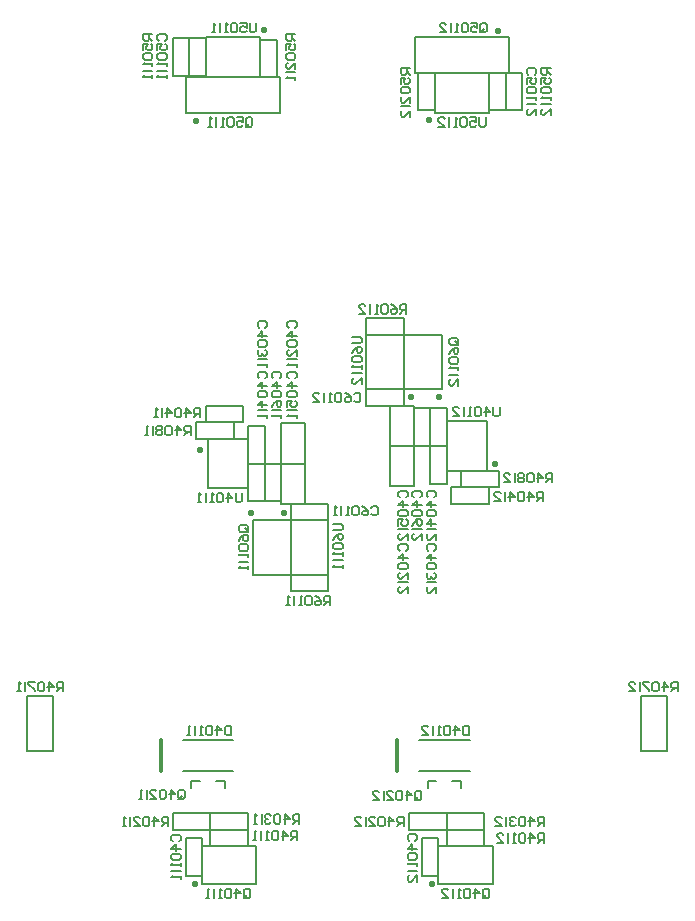
<source format=gbo>
G04*
G04 #@! TF.GenerationSoftware,Altium Limited,Altium Designer,22.1.2 (22)*
G04*
G04 Layer_Color=32896*
%FSAX44Y44*%
%MOMM*%
G71*
G04*
G04 #@! TF.SameCoordinates,F43461BC-9A11-44EE-9FD3-1ED57B95CCFA*
G04*
G04*
G04 #@! TF.FilePolarity,Positive*
G04*
G01*
G75*
%ADD10C,0.1530*%
%ADD14C,0.2540*%
%ADD25C,0.3000*%
D10*
X00506000Y00510000D02*
Y00544000D01*
X00526000D01*
Y00510000D02*
Y00544000D01*
X00506000Y00510000D02*
X00526000D01*
X00434000Y00461000D02*
Y00495000D01*
X00414000Y00461000D02*
X00434000D01*
X00414000D02*
Y00495000D01*
X00434000D01*
X00526000Y00476000D02*
Y00510000D01*
X00506000Y00476000D02*
X00526000D01*
X00506000D02*
Y00510000D01*
X00526000D01*
X00414000Y00495000D02*
Y00529000D01*
X00434000D01*
Y00495000D02*
Y00529000D01*
X00414000Y00495000D02*
X00434000D01*
X00607000Y00826000D02*
X00607000Y00856000D01*
X00527000D02*
X00607000D01*
X00527000Y00826000D02*
Y00856000D01*
Y00826000D02*
X00607000D01*
X00604000Y00794000D02*
Y00826000D01*
X00590000D02*
X00604000D01*
X00590000Y00794000D02*
Y00826000D01*
Y00794000D02*
X00604000D01*
X00604000D02*
Y00826000D01*
Y00794000D02*
X00618000Y00794000D01*
Y00826000D01*
X00604000D02*
X00618000D01*
X00530000Y00794000D02*
Y00826000D01*
Y00794000D02*
X00544000Y00794000D01*
Y00826000D01*
X00530000D02*
X00544000D01*
X00590000Y00792000D02*
Y00826000D01*
X00544000Y00792000D02*
X00590000D01*
X00544000Y00826000D02*
X00590000Y00826000D01*
X00544000Y00792000D02*
X00544000Y00826000D01*
X00336000Y00823000D02*
Y00855000D01*
X00322000D02*
X00336000D01*
X00322000Y00823000D02*
Y00855000D01*
Y00823000D02*
X00336000D01*
X00336000Y00823000D02*
Y00855000D01*
Y00823000D02*
X00350000D01*
Y00855000D01*
X00336000D02*
X00350000D01*
Y00822000D02*
Y00856000D01*
X00396000D01*
X00350000Y00822000D02*
X00396000D01*
Y00856000D01*
X00410000Y00822000D02*
Y00854000D01*
X00396000D02*
X00410000D01*
X00396000Y00822000D02*
Y00854000D01*
Y00822000D02*
X00410000D01*
X00333000Y00792000D02*
Y00822000D01*
Y00792000D02*
X00413000D01*
Y00822000D01*
X00333000D02*
X00413000D01*
X00566000Y00489000D02*
X00598000D01*
X00566000Y00475000D02*
Y00489000D01*
Y00475000D02*
X00598000D01*
X00598000Y00489000D02*
X00598000Y00475000D01*
X00558000Y00461000D02*
X00590000D01*
Y00475000D01*
X00558000D02*
X00590000D01*
X00558000Y00461000D02*
Y00475000D01*
X00540000Y00478000D02*
Y00510000D01*
Y00478000D02*
X00554000D01*
Y00510000D01*
X00540000D02*
X00554000D01*
X00486000Y00544000D02*
X00518000D01*
Y00558000D01*
X00486000D02*
X00518000D01*
X00486000Y00544000D02*
Y00558000D01*
X00540000Y00510000D02*
Y00542000D01*
X00526000Y00542000D02*
X00540000Y00542000D01*
X00526000Y00510000D02*
Y00542000D01*
Y00510000D02*
X00540000D01*
X00554000D02*
Y00542000D01*
X00540000D02*
X00554000D01*
X00540000Y00510000D02*
Y00542000D01*
Y00510000D02*
X00554000D01*
Y00489000D02*
X00588000D01*
Y00531000D01*
X00554000D02*
X00588000D01*
X00554000Y00489000D02*
Y00531000D01*
X00486000Y00604000D02*
X00518000Y00604000D01*
X00518000Y00558000D02*
X00518000Y00604000D01*
X00486000Y00558000D02*
X00486000Y00604000D01*
X00486000Y00558000D02*
X00518000D01*
Y00604000D02*
X00550000D01*
X00550000Y00558000D01*
X00518000Y00604000D02*
X00518000Y00558000D01*
X00550000Y00558000D01*
X00486000Y00604000D02*
X00518000Y00604000D01*
Y00618000D01*
X00486000D02*
X00518000D01*
X00486000Y00604000D02*
Y00618000D01*
X00350000Y00544000D02*
X00382000D01*
X00350000Y00530000D02*
Y00544000D01*
Y00530000D02*
X00382000D01*
Y00544000D01*
X00352000Y00516000D02*
X00386000D01*
X00352000Y00474000D02*
Y00516000D01*
Y00474000D02*
X00386000D01*
Y00516000D01*
X00342000D02*
X00374000D01*
Y00530000D01*
X00342000D02*
X00374000D01*
X00342000Y00516000D02*
Y00530000D01*
X00400000Y00495000D02*
Y00527000D01*
X00386000D02*
X00400000D01*
X00386000Y00495000D02*
Y00527000D01*
Y00495000D02*
X00400000D01*
X00386000Y00463000D02*
Y00495000D01*
Y00463000D02*
X00400000D01*
Y00495000D01*
X00386000D02*
X00400000D01*
X00400000Y00463000D02*
Y00495000D01*
Y00463000D02*
X00414000D01*
Y00495000D01*
X00400000D02*
X00414000D01*
X00422000Y00461000D02*
X00454000D01*
X00422000Y00447000D02*
X00422000Y00461000D01*
X00422000Y00447000D02*
X00454000D01*
Y00461000D01*
X00390000Y00401000D02*
X00422000D01*
X00390000Y00447000D02*
X00390000Y00401000D01*
X00422000D02*
Y00447000D01*
X00390000D02*
X00422000D01*
Y00401000D02*
X00454000D01*
X00422000D02*
Y00447000D01*
X00454000D02*
X00454000Y00401000D01*
X00422000Y00447000D02*
X00454000D01*
X00422000Y00401000D02*
X00454000Y00401000D01*
X00422000Y00387000D02*
Y00401000D01*
Y00387000D02*
X00454000D01*
X00454000Y00401000D02*
X00454000Y00387000D01*
X00199000Y00252000D02*
Y00298000D01*
Y00252000D02*
X00221000D01*
Y00298000D01*
X00199000D02*
X00221000D01*
X00330500Y00261000D02*
X00373500D01*
X00330500Y00235000D02*
X00373500D01*
X00322000Y00185000D02*
X00354000D01*
Y00199000D01*
X00322000D02*
X00354000D01*
X00322000Y00185000D02*
Y00199000D01*
X00333000Y00146000D02*
Y00178000D01*
Y00146000D02*
X00347000D01*
Y00178000D01*
X00333000D02*
X00347000D01*
X00354000Y00185000D02*
X00386000D01*
Y00199000D01*
X00354000D02*
X00386000D01*
X00354000Y00185000D02*
Y00199000D01*
Y00171000D02*
X00386000D01*
Y00185000D01*
X00354000D02*
X00386000D01*
X00354000Y00171000D02*
Y00185000D01*
X00393000Y00139000D02*
Y00171000D01*
X00347000Y00139000D02*
X00393000D01*
X00347000Y00171000D02*
X00393000D01*
X00347000Y00139000D02*
Y00171000D01*
X00566500Y00220000D02*
Y00226000D01*
X00559000D02*
X00566500D01*
X00538000Y00220000D02*
Y00226000D01*
X00545000D01*
X00522000Y00185000D02*
X00554000D01*
Y00199000D01*
X00522000D02*
X00554000D01*
X00522000Y00185000D02*
Y00199000D01*
X00533000Y00146000D02*
Y00178000D01*
Y00146000D02*
X00547000D01*
Y00178000D01*
X00533000D02*
X00547000D01*
X00554000Y00185000D02*
X00586000D01*
Y00199000D01*
X00554000D02*
X00586000D01*
X00554000Y00185000D02*
Y00199000D01*
Y00171000D02*
X00586000D01*
Y00185000D01*
X00554000D02*
X00586000D01*
X00554000Y00171000D02*
Y00185000D01*
X00593000Y00139000D02*
Y00171000D01*
X00547000Y00139000D02*
X00593000D01*
X00547000Y00171000D02*
X00593000D01*
X00547000Y00139000D02*
Y00171000D01*
X00719000Y00252000D02*
Y00298000D01*
Y00252000D02*
X00741000D01*
Y00298000D01*
X00719000D02*
X00741000D01*
X00530500Y00235000D02*
X00573500D01*
X00530500Y00261000D02*
X00573500D01*
X00338000Y00226000D02*
X00345000D01*
X00338000Y00220000D02*
Y00226000D01*
X00359000D02*
X00366500D01*
Y00220000D02*
Y00226000D01*
X00572994Y00272999D02*
Y00265001D01*
X00568995D01*
X00567662Y00266334D01*
Y00271666D01*
X00568995Y00272999D01*
X00572994D01*
X00560997Y00265001D02*
Y00272999D01*
X00564996Y00269000D01*
X00559664D01*
X00556999Y00271666D02*
X00555666Y00272999D01*
X00553000D01*
X00551667Y00271666D01*
Y00266334D01*
X00553000Y00265001D01*
X00555666D01*
X00556999Y00266334D01*
Y00271666D01*
X00549001Y00265001D02*
X00546335D01*
X00547668D01*
Y00272999D01*
X00549001Y00271666D01*
X00542337Y00272999D02*
Y00265001D01*
X00533007D02*
X00538338D01*
X00533007Y00270333D01*
Y00271666D01*
X00534339Y00272999D01*
X00537005D01*
X00538338Y00271666D01*
X00371661Y00272999D02*
Y00265001D01*
X00367662D01*
X00366329Y00266334D01*
Y00271666D01*
X00367662Y00272999D01*
X00371661D01*
X00359664Y00265001D02*
Y00272999D01*
X00363663Y00269000D01*
X00358332D01*
X00355666Y00271666D02*
X00354333Y00272999D01*
X00351667D01*
X00350334Y00271666D01*
Y00266334D01*
X00351667Y00265001D01*
X00354333D01*
X00355666Y00266334D01*
Y00271666D01*
X00347668Y00265001D02*
X00345003D01*
X00346335D01*
Y00272999D01*
X00347668Y00271666D01*
X00341004Y00272999D02*
Y00265001D01*
X00337005D02*
X00334339D01*
X00335672D01*
Y00272999D01*
X00337005Y00271666D01*
X00429327Y00190001D02*
Y00197999D01*
X00425328D01*
X00423996Y00196666D01*
Y00194000D01*
X00425328Y00192667D01*
X00429327D01*
X00426661D02*
X00423996Y00190001D01*
X00417331D02*
Y00197999D01*
X00421330Y00194000D01*
X00415998D01*
X00413332Y00196666D02*
X00411999Y00197999D01*
X00409333D01*
X00408001Y00196666D01*
Y00191334D01*
X00409333Y00190001D01*
X00411999D01*
X00413332Y00191334D01*
Y00196666D01*
X00405335D02*
X00404002Y00197999D01*
X00401336D01*
X00400003Y00196666D01*
Y00195333D01*
X00401336Y00194000D01*
X00402669D01*
X00401336D01*
X00400003Y00192667D01*
Y00191334D01*
X00401336Y00190001D01*
X00404002D01*
X00405335Y00191334D01*
X00397337Y00197999D02*
Y00190001D01*
X00393339D02*
X00390673D01*
X00392006D01*
Y00197999D01*
X00393339Y00196666D01*
X00586994Y00787999D02*
Y00781334D01*
X00585661Y00780001D01*
X00582995D01*
X00581662Y00781334D01*
Y00787999D01*
X00573665D02*
X00578996D01*
Y00784000D01*
X00576330Y00785333D01*
X00574997D01*
X00573665Y00784000D01*
Y00781334D01*
X00574997Y00780001D01*
X00577663D01*
X00578996Y00781334D01*
X00570999Y00786666D02*
X00569666Y00787999D01*
X00567000D01*
X00565667Y00786666D01*
Y00781334D01*
X00567000Y00780001D01*
X00569666D01*
X00570999Y00781334D01*
Y00786666D01*
X00563001Y00780001D02*
X00560336D01*
X00561668D01*
Y00787999D01*
X00563001Y00786666D01*
X00556337Y00787999D02*
Y00780001D01*
X00547006D02*
X00552338D01*
X00547006Y00785333D01*
Y00786666D01*
X00548339Y00787999D01*
X00551005D01*
X00552338Y00786666D01*
X00474001Y00601994D02*
X00480666D01*
X00481999Y00600661D01*
Y00597995D01*
X00480666Y00596662D01*
X00474001D01*
Y00588665D02*
X00475334Y00591330D01*
X00478000Y00593996D01*
X00480666D01*
X00481999Y00592663D01*
Y00589997D01*
X00480666Y00588665D01*
X00479333D01*
X00478000Y00589997D01*
Y00593996D01*
X00475334Y00585999D02*
X00474001Y00584666D01*
Y00582000D01*
X00475334Y00580667D01*
X00480666D01*
X00481999Y00582000D01*
Y00584666D01*
X00480666Y00585999D01*
X00475334D01*
X00481999Y00578001D02*
Y00575336D01*
Y00576668D01*
X00474001D01*
X00475334Y00578001D01*
X00474001Y00571337D02*
X00481999D01*
Y00562006D02*
Y00567338D01*
X00476667Y00562006D01*
X00475334D01*
X00474001Y00563339D01*
Y00566005D01*
X00475334Y00567338D01*
X00458001Y00443661D02*
X00464666D01*
X00465999Y00442328D01*
Y00439662D01*
X00464666Y00438329D01*
X00458001D01*
Y00430332D02*
X00459334Y00432997D01*
X00462000Y00435663D01*
X00464666D01*
X00465999Y00434330D01*
Y00431665D01*
X00464666Y00430332D01*
X00463333D01*
X00462000Y00431665D01*
Y00435663D01*
X00459334Y00427666D02*
X00458001Y00426333D01*
Y00423667D01*
X00459334Y00422334D01*
X00464666D01*
X00465999Y00423667D01*
Y00426333D01*
X00464666Y00427666D01*
X00459334D01*
X00465999Y00419668D02*
Y00417003D01*
Y00418335D01*
X00458001D01*
X00459334Y00419668D01*
X00458001Y00413004D02*
X00465999D01*
Y00409005D02*
Y00406339D01*
Y00407672D01*
X00458001D01*
X00459334Y00409005D01*
X00392661Y00867999D02*
Y00861334D01*
X00391328Y00860001D01*
X00388662D01*
X00387329Y00861334D01*
Y00867999D01*
X00379332D02*
X00384663D01*
Y00864000D01*
X00381997Y00865333D01*
X00380664D01*
X00379332Y00864000D01*
Y00861334D01*
X00380664Y00860001D01*
X00383330D01*
X00384663Y00861334D01*
X00376666Y00866666D02*
X00375333Y00867999D01*
X00372667D01*
X00371334Y00866666D01*
Y00861334D01*
X00372667Y00860001D01*
X00375333D01*
X00376666Y00861334D01*
Y00866666D01*
X00368668Y00860001D02*
X00366003D01*
X00367336D01*
Y00867999D01*
X00368668Y00866666D01*
X00362004Y00867999D02*
Y00860001D01*
X00358005D02*
X00355339D01*
X00356672D01*
Y00867999D01*
X00358005Y00866666D01*
X00598994Y00542999D02*
Y00536334D01*
X00597661Y00535001D01*
X00594995D01*
X00593662Y00536334D01*
Y00542999D01*
X00586997Y00535001D02*
Y00542999D01*
X00590996Y00539000D01*
X00585664D01*
X00582999Y00541666D02*
X00581666Y00542999D01*
X00579000D01*
X00577667Y00541666D01*
Y00536334D01*
X00579000Y00535001D01*
X00581666D01*
X00582999Y00536334D01*
Y00541666D01*
X00575001Y00535001D02*
X00572336D01*
X00573668D01*
Y00542999D01*
X00575001Y00541666D01*
X00568337Y00542999D02*
Y00535001D01*
X00559007D02*
X00564338D01*
X00559007Y00540333D01*
Y00541666D01*
X00560339Y00542999D01*
X00563005D01*
X00564338Y00541666D01*
X00380661Y00469999D02*
Y00463334D01*
X00379328Y00462001D01*
X00376662D01*
X00375329Y00463334D01*
Y00469999D01*
X00368665Y00462001D02*
Y00469999D01*
X00372663Y00466000D01*
X00367332D01*
X00364666Y00468666D02*
X00363333Y00469999D01*
X00360667D01*
X00359334Y00468666D01*
Y00463334D01*
X00360667Y00462001D01*
X00363333D01*
X00364666Y00463334D01*
Y00468666D01*
X00356668Y00462001D02*
X00354003D01*
X00355336D01*
Y00469999D01*
X00356668Y00468666D01*
X00350004Y00469999D02*
Y00462001D01*
X00346005D02*
X00343339D01*
X00344672D01*
Y00469999D01*
X00346005Y00468666D01*
X00519994Y00622001D02*
Y00629999D01*
X00515995D01*
X00514662Y00628666D01*
Y00626000D01*
X00515995Y00624667D01*
X00519994D01*
X00517328D02*
X00514662Y00622001D01*
X00506665Y00629999D02*
X00509330Y00628666D01*
X00511996Y00626000D01*
Y00623334D01*
X00510663Y00622001D01*
X00507997D01*
X00506665Y00623334D01*
Y00624667D01*
X00507997Y00626000D01*
X00511996D01*
X00503999Y00628666D02*
X00502666Y00629999D01*
X00500000D01*
X00498667Y00628666D01*
Y00623334D01*
X00500000Y00622001D01*
X00502666D01*
X00503999Y00623334D01*
Y00628666D01*
X00496001Y00622001D02*
X00493335D01*
X00494668D01*
Y00629999D01*
X00496001Y00628666D01*
X00489337Y00629999D02*
Y00622001D01*
X00480006D02*
X00485338D01*
X00480006Y00627333D01*
Y00628666D01*
X00481339Y00629999D01*
X00484005D01*
X00485338Y00628666D01*
X00455661Y00375001D02*
Y00382999D01*
X00451662D01*
X00450329Y00381666D01*
Y00379000D01*
X00451662Y00377667D01*
X00455661D01*
X00452995D02*
X00450329Y00375001D01*
X00442332Y00382999D02*
X00444997Y00381666D01*
X00447663Y00379000D01*
Y00376334D01*
X00446330Y00375001D01*
X00443665D01*
X00442332Y00376334D01*
Y00377667D01*
X00443665Y00379000D01*
X00447663D01*
X00439666Y00381666D02*
X00438333Y00382999D01*
X00435667D01*
X00434334Y00381666D01*
Y00376334D01*
X00435667Y00375001D01*
X00438333D01*
X00439666Y00376334D01*
Y00381666D01*
X00431668Y00375001D02*
X00429003D01*
X00430336D01*
Y00382999D01*
X00431668Y00381666D01*
X00425004Y00382999D02*
Y00375001D01*
X00421005D02*
X00418339D01*
X00419672D01*
Y00382999D01*
X00421005Y00381666D01*
X00522999Y00829660D02*
X00515001D01*
Y00825661D01*
X00516334Y00824328D01*
X00519000D01*
X00520333Y00825661D01*
Y00829660D01*
Y00826994D02*
X00522999Y00824328D01*
X00515001Y00816331D02*
Y00821663D01*
X00519000D01*
X00517667Y00818997D01*
Y00817664D01*
X00519000Y00816331D01*
X00521666D01*
X00522999Y00817664D01*
Y00820330D01*
X00521666Y00821663D01*
X00516334Y00813665D02*
X00515001Y00812332D01*
Y00809667D01*
X00516334Y00808334D01*
X00521666D01*
X00522999Y00809667D01*
Y00812332D01*
X00521666Y00813665D01*
X00516334D01*
X00522999Y00800336D02*
Y00805668D01*
X00517667Y00800336D01*
X00516334D01*
X00515001Y00801669D01*
Y00804335D01*
X00516334Y00805668D01*
X00515001Y00797670D02*
X00522999D01*
Y00788340D02*
Y00793672D01*
X00517667Y00788340D01*
X00516334D01*
X00515001Y00789673D01*
Y00792339D01*
X00516334Y00793672D01*
X00425999Y00858327D02*
X00418001D01*
Y00854328D01*
X00419334Y00852995D01*
X00422000D01*
X00423333Y00854328D01*
Y00858327D01*
Y00855661D02*
X00425999Y00852995D01*
X00418001Y00844998D02*
Y00850330D01*
X00422000D01*
X00420667Y00847664D01*
Y00846331D01*
X00422000Y00844998D01*
X00424666D01*
X00425999Y00846331D01*
Y00848997D01*
X00424666Y00850330D01*
X00419334Y00842332D02*
X00418001Y00840999D01*
Y00838334D01*
X00419334Y00837001D01*
X00424666D01*
X00425999Y00838334D01*
Y00840999D01*
X00424666Y00842332D01*
X00419334D01*
X00425999Y00829003D02*
Y00834335D01*
X00420667Y00829003D01*
X00419334D01*
X00418001Y00830336D01*
Y00833002D01*
X00419334Y00834335D01*
X00418001Y00826337D02*
X00425999D01*
Y00822339D02*
Y00819673D01*
Y00821006D01*
X00418001D01*
X00419334Y00822339D01*
X00641999Y00829660D02*
X00634001D01*
Y00825661D01*
X00635334Y00824328D01*
X00638000D01*
X00639333Y00825661D01*
Y00829660D01*
Y00826994D02*
X00641999Y00824328D01*
X00634001Y00816331D02*
Y00821663D01*
X00638000D01*
X00636667Y00818997D01*
Y00817664D01*
X00638000Y00816331D01*
X00640666D01*
X00641999Y00817664D01*
Y00820330D01*
X00640666Y00821663D01*
X00635334Y00813665D02*
X00634001Y00812332D01*
Y00809667D01*
X00635334Y00808334D01*
X00640666D01*
X00641999Y00809667D01*
Y00812332D01*
X00640666Y00813665D01*
X00635334D01*
X00641999Y00805668D02*
Y00803002D01*
Y00804335D01*
X00634001D01*
X00635334Y00805668D01*
X00634001Y00799003D02*
X00641999D01*
Y00789673D02*
Y00795005D01*
X00636667Y00789673D01*
X00635334D01*
X00634001Y00791006D01*
Y00793672D01*
X00635334Y00795005D01*
X00304999Y00858327D02*
X00297001D01*
Y00854328D01*
X00298334Y00852995D01*
X00301000D01*
X00302333Y00854328D01*
Y00858327D01*
Y00855661D02*
X00304999Y00852995D01*
X00297001Y00844998D02*
Y00850330D01*
X00301000D01*
X00299667Y00847664D01*
Y00846331D01*
X00301000Y00844998D01*
X00303666D01*
X00304999Y00846331D01*
Y00848997D01*
X00303666Y00850330D01*
X00298334Y00842332D02*
X00297001Y00840999D01*
Y00838334D01*
X00298334Y00837001D01*
X00303666D01*
X00304999Y00838334D01*
Y00840999D01*
X00303666Y00842332D01*
X00298334D01*
X00304999Y00834335D02*
Y00831669D01*
Y00833002D01*
X00297001D01*
X00298334Y00834335D01*
X00297001Y00827670D02*
X00304999D01*
Y00823672D02*
Y00821006D01*
Y00822339D01*
X00297001D01*
X00298334Y00823672D01*
X00517660Y00188001D02*
Y00195999D01*
X00513661D01*
X00512328Y00194666D01*
Y00192000D01*
X00513661Y00190667D01*
X00517660D01*
X00514994D02*
X00512328Y00188001D01*
X00505664D02*
Y00195999D01*
X00509663Y00192000D01*
X00504331D01*
X00501665Y00194666D02*
X00500332Y00195999D01*
X00497666D01*
X00496334Y00194666D01*
Y00189334D01*
X00497666Y00188001D01*
X00500332D01*
X00501665Y00189334D01*
Y00194666D01*
X00488336Y00188001D02*
X00493668D01*
X00488336Y00193333D01*
Y00194666D01*
X00489669Y00195999D01*
X00492335D01*
X00493668Y00194666D01*
X00485670Y00195999D02*
Y00188001D01*
X00476340D02*
X00481672D01*
X00476340Y00193333D01*
Y00194666D01*
X00477673Y00195999D01*
X00480339D01*
X00481672Y00194666D01*
X00318327Y00188001D02*
Y00195999D01*
X00314328D01*
X00312995Y00194666D01*
Y00192000D01*
X00314328Y00190667D01*
X00318327D01*
X00315661D02*
X00312995Y00188001D01*
X00306331D02*
Y00195999D01*
X00310330Y00192000D01*
X00304998D01*
X00302332Y00194666D02*
X00300999Y00195999D01*
X00298333D01*
X00297001Y00194666D01*
Y00189334D01*
X00298333Y00188001D01*
X00300999D01*
X00302332Y00189334D01*
Y00194666D01*
X00289003Y00188001D02*
X00294335D01*
X00289003Y00193333D01*
Y00194666D01*
X00290336Y00195999D01*
X00293002D01*
X00294335Y00194666D01*
X00286337Y00195999D02*
Y00188001D01*
X00282339D02*
X00279673D01*
X00281006D01*
Y00195999D01*
X00282339Y00194666D01*
X00635660Y00463001D02*
Y00470999D01*
X00631661D01*
X00630328Y00469666D01*
Y00467000D01*
X00631661Y00465667D01*
X00635660D01*
X00632994D02*
X00630328Y00463001D01*
X00623664D02*
Y00470999D01*
X00627663Y00467000D01*
X00622331D01*
X00619665Y00469666D02*
X00618332Y00470999D01*
X00615666D01*
X00614333Y00469666D01*
Y00464334D01*
X00615666Y00463001D01*
X00618332D01*
X00619665Y00464334D01*
Y00469666D01*
X00607669Y00463001D02*
Y00470999D01*
X00611668Y00467000D01*
X00606336D01*
X00603670Y00470999D02*
Y00463001D01*
X00594340D02*
X00599672D01*
X00594340Y00468333D01*
Y00469666D01*
X00595673Y00470999D01*
X00598339D01*
X00599672Y00469666D01*
X00345327Y00534001D02*
Y00541999D01*
X00341328D01*
X00339995Y00540666D01*
Y00538000D01*
X00341328Y00536667D01*
X00345327D01*
X00342661D02*
X00339995Y00534001D01*
X00333331D02*
Y00541999D01*
X00337330Y00538000D01*
X00331998D01*
X00329332Y00540666D02*
X00327999Y00541999D01*
X00325334D01*
X00324001Y00540666D01*
Y00535334D01*
X00325334Y00534001D01*
X00327999D01*
X00329332Y00535334D01*
Y00540666D01*
X00317336Y00534001D02*
Y00541999D01*
X00321335Y00538000D01*
X00316003D01*
X00313337Y00541999D02*
Y00534001D01*
X00309339D02*
X00306673D01*
X00308006D01*
Y00541999D01*
X00309339Y00540666D01*
X00749660Y00302001D02*
Y00309999D01*
X00745661D01*
X00744328Y00308666D01*
Y00306000D01*
X00745661Y00304667D01*
X00749660D01*
X00746994D02*
X00744328Y00302001D01*
X00737664D02*
Y00309999D01*
X00741663Y00306000D01*
X00736331D01*
X00733665Y00308666D02*
X00732332Y00309999D01*
X00729666D01*
X00728334Y00308666D01*
Y00303334D01*
X00729666Y00302001D01*
X00732332D01*
X00733665Y00303334D01*
Y00308666D01*
X00725668Y00309999D02*
X00720336D01*
Y00308666D01*
X00725668Y00303334D01*
Y00302001D01*
X00717670Y00309999D02*
Y00302001D01*
X00708340D02*
X00713672D01*
X00708340Y00307333D01*
Y00308666D01*
X00709673Y00309999D01*
X00712339D01*
X00713672Y00308666D01*
X00229327Y00302001D02*
Y00309999D01*
X00225328D01*
X00223995Y00308666D01*
Y00306000D01*
X00225328Y00304667D01*
X00229327D01*
X00226661D02*
X00223995Y00302001D01*
X00217331D02*
Y00309999D01*
X00221330Y00306000D01*
X00215998D01*
X00213332Y00308666D02*
X00211999Y00309999D01*
X00209333D01*
X00208001Y00308666D01*
Y00303334D01*
X00209333Y00302001D01*
X00211999D01*
X00213332Y00303334D01*
Y00308666D01*
X00205335Y00309999D02*
X00200003D01*
Y00308666D01*
X00205335Y00303334D01*
Y00302001D01*
X00197337Y00309999D02*
Y00302001D01*
X00193339D02*
X00190673D01*
X00192006D01*
Y00309999D01*
X00193339Y00308666D01*
X00636660Y00188001D02*
Y00195999D01*
X00632661D01*
X00631328Y00194666D01*
Y00192000D01*
X00632661Y00190667D01*
X00636660D01*
X00633994D02*
X00631328Y00188001D01*
X00624664D02*
Y00195999D01*
X00628663Y00192000D01*
X00623331D01*
X00620665Y00194666D02*
X00619332Y00195999D01*
X00616666D01*
X00615334Y00194666D01*
Y00189334D01*
X00616666Y00188001D01*
X00619332D01*
X00620665Y00189334D01*
Y00194666D01*
X00612668D02*
X00611335Y00195999D01*
X00608669D01*
X00607336Y00194666D01*
Y00193333D01*
X00608669Y00192000D01*
X00610002D01*
X00608669D01*
X00607336Y00190667D01*
Y00189334D01*
X00608669Y00188001D01*
X00611335D01*
X00612668Y00189334D01*
X00604670Y00195999D02*
Y00188001D01*
X00595340D02*
X00600672D01*
X00595340Y00193333D01*
Y00194666D01*
X00596673Y00195999D01*
X00599339D01*
X00600672Y00194666D01*
X00636660Y00174001D02*
Y00181999D01*
X00632661D01*
X00631328Y00180666D01*
Y00178000D01*
X00632661Y00176667D01*
X00636660D01*
X00633994D02*
X00631328Y00174001D01*
X00624664D02*
Y00181999D01*
X00628663Y00178000D01*
X00623331D01*
X00620665Y00180666D02*
X00619332Y00181999D01*
X00616666D01*
X00615334Y00180666D01*
Y00175334D01*
X00616666Y00174001D01*
X00619332D01*
X00620665Y00175334D01*
Y00180666D01*
X00612668Y00174001D02*
X00610002D01*
X00611335D01*
Y00181999D01*
X00612668Y00180666D01*
X00606003Y00181999D02*
Y00174001D01*
X00596673D02*
X00602005D01*
X00596673Y00179333D01*
Y00180666D01*
X00598006Y00181999D01*
X00600672D01*
X00602005Y00180666D01*
X00427661Y00176001D02*
Y00183999D01*
X00423662D01*
X00422329Y00182666D01*
Y00180000D01*
X00423662Y00178667D01*
X00427661D01*
X00424995D02*
X00422329Y00176001D01*
X00415664D02*
Y00183999D01*
X00419663Y00180000D01*
X00414332D01*
X00411666Y00182666D02*
X00410333Y00183999D01*
X00407667D01*
X00406334Y00182666D01*
Y00177334D01*
X00407667Y00176001D01*
X00410333D01*
X00411666Y00177334D01*
Y00182666D01*
X00403668Y00176001D02*
X00401003D01*
X00402336D01*
Y00183999D01*
X00403668Y00182666D01*
X00397004Y00183999D02*
Y00176001D01*
X00393005D02*
X00390339D01*
X00391672D01*
Y00183999D01*
X00393005Y00182666D01*
X00643660Y00479001D02*
Y00486999D01*
X00639661D01*
X00638328Y00485666D01*
Y00483000D01*
X00639661Y00481667D01*
X00643660D01*
X00640994D02*
X00638328Y00479001D01*
X00631664D02*
Y00486999D01*
X00635663Y00483000D01*
X00630331D01*
X00627665Y00485666D02*
X00626332Y00486999D01*
X00623666D01*
X00622334Y00485666D01*
Y00480334D01*
X00623666Y00479001D01*
X00626332D01*
X00627665Y00480334D01*
Y00485666D01*
X00619668D02*
X00618335Y00486999D01*
X00615669D01*
X00614336Y00485666D01*
Y00484333D01*
X00615669Y00483000D01*
X00614336Y00481667D01*
Y00480334D01*
X00615669Y00479001D01*
X00618335D01*
X00619668Y00480334D01*
Y00481667D01*
X00618335Y00483000D01*
X00619668Y00484333D01*
Y00485666D01*
X00618335Y00483000D02*
X00615669D01*
X00611670Y00486999D02*
Y00479001D01*
X00602340D02*
X00607672D01*
X00602340Y00484333D01*
Y00485666D01*
X00603673Y00486999D01*
X00606339D01*
X00607672Y00485666D01*
X00337327Y00519001D02*
Y00526999D01*
X00333328D01*
X00331996Y00525666D01*
Y00523000D01*
X00333328Y00521667D01*
X00337327D01*
X00334661D02*
X00331996Y00519001D01*
X00325331D02*
Y00526999D01*
X00329330Y00523000D01*
X00323998D01*
X00321332Y00525666D02*
X00319999Y00526999D01*
X00317334D01*
X00316001Y00525666D01*
Y00520334D01*
X00317334Y00519001D01*
X00319999D01*
X00321332Y00520334D01*
Y00525666D01*
X00313335D02*
X00312002Y00526999D01*
X00309336D01*
X00308003Y00525666D01*
Y00524333D01*
X00309336Y00523000D01*
X00308003Y00521667D01*
Y00520334D01*
X00309336Y00519001D01*
X00312002D01*
X00313335Y00520334D01*
Y00521667D01*
X00312002Y00523000D01*
X00313335Y00524333D01*
Y00525666D01*
X00312002Y00523000D02*
X00309336D01*
X00305337Y00526999D02*
Y00519001D01*
X00301339D02*
X00298673D01*
X00300006D01*
Y00526999D01*
X00301339Y00525666D01*
X00562666Y00595662D02*
X00557334D01*
X00556001Y00596995D01*
Y00599661D01*
X00557334Y00600994D01*
X00562666D01*
X00563999Y00599661D01*
Y00596995D01*
X00561333Y00598328D02*
X00563999Y00595662D01*
Y00596995D02*
X00562666Y00595662D01*
X00556001Y00587665D02*
X00557334Y00590330D01*
X00560000Y00592996D01*
X00562666D01*
X00563999Y00591663D01*
Y00588997D01*
X00562666Y00587665D01*
X00561333D01*
X00560000Y00588997D01*
Y00592996D01*
X00557334Y00584999D02*
X00556001Y00583666D01*
Y00581000D01*
X00557334Y00579667D01*
X00562666D01*
X00563999Y00581000D01*
Y00583666D01*
X00562666Y00584999D01*
X00557334D01*
X00563999Y00577001D02*
Y00574336D01*
Y00575668D01*
X00556001D01*
X00557334Y00577001D01*
X00556001Y00570337D02*
X00563999D01*
Y00561007D02*
Y00566338D01*
X00558667Y00561007D01*
X00557334D01*
X00556001Y00562339D01*
Y00565005D01*
X00557334Y00566338D01*
X00384666Y00437329D02*
X00379334D01*
X00378001Y00438662D01*
Y00441328D01*
X00379334Y00442661D01*
X00384666D01*
X00385999Y00441328D01*
Y00438662D01*
X00383333Y00439995D02*
X00385999Y00437329D01*
Y00438662D02*
X00384666Y00437329D01*
X00378001Y00429332D02*
X00379334Y00431997D01*
X00382000Y00434663D01*
X00384666D01*
X00385999Y00433330D01*
Y00430664D01*
X00384666Y00429332D01*
X00383333D01*
X00382000Y00430664D01*
Y00434663D01*
X00379334Y00426666D02*
X00378001Y00425333D01*
Y00422667D01*
X00379334Y00421334D01*
X00384666D01*
X00385999Y00422667D01*
Y00425333D01*
X00384666Y00426666D01*
X00379334D01*
X00385999Y00418668D02*
Y00416003D01*
Y00417336D01*
X00378001D01*
X00379334Y00418668D01*
X00378001Y00412004D02*
X00385999D01*
Y00408005D02*
Y00405339D01*
Y00406672D01*
X00378001D01*
X00379334Y00408005D01*
X00582662Y00861334D02*
Y00866666D01*
X00583995Y00867999D01*
X00586661D01*
X00587994Y00866666D01*
Y00861334D01*
X00586661Y00860001D01*
X00583995D01*
X00585328Y00862667D02*
X00582662Y00860001D01*
X00583995D02*
X00582662Y00861334D01*
X00574664Y00867999D02*
X00579996D01*
Y00864000D01*
X00577330Y00865333D01*
X00575997D01*
X00574664Y00864000D01*
Y00861334D01*
X00575997Y00860001D01*
X00578663D01*
X00579996Y00861334D01*
X00571999Y00866666D02*
X00570666Y00867999D01*
X00568000D01*
X00566667Y00866666D01*
Y00861334D01*
X00568000Y00860001D01*
X00570666D01*
X00571999Y00861334D01*
Y00866666D01*
X00564001Y00860001D02*
X00561335D01*
X00562668D01*
Y00867999D01*
X00564001Y00866666D01*
X00557337Y00867999D02*
Y00860001D01*
X00548006D02*
X00553338D01*
X00548006Y00865333D01*
Y00866666D01*
X00549339Y00867999D01*
X00552005D01*
X00553338Y00866666D01*
X00384329Y00781334D02*
Y00786666D01*
X00385662Y00787999D01*
X00388328D01*
X00389661Y00786666D01*
Y00781334D01*
X00388328Y00780001D01*
X00385662D01*
X00386995Y00782667D02*
X00384329Y00780001D01*
X00385662D02*
X00384329Y00781334D01*
X00376332Y00787999D02*
X00381663D01*
Y00784000D01*
X00378997Y00785333D01*
X00377664D01*
X00376332Y00784000D01*
Y00781334D01*
X00377664Y00780001D01*
X00380330D01*
X00381663Y00781334D01*
X00373666Y00786666D02*
X00372333Y00787999D01*
X00369667D01*
X00368334Y00786666D01*
Y00781334D01*
X00369667Y00780001D01*
X00372333D01*
X00373666Y00781334D01*
Y00786666D01*
X00365668Y00780001D02*
X00363003D01*
X00364336D01*
Y00787999D01*
X00365668Y00786666D01*
X00359004Y00787999D02*
Y00780001D01*
X00355005D02*
X00352339D01*
X00353672D01*
Y00787999D01*
X00355005Y00786666D01*
X00527328Y00211334D02*
Y00216666D01*
X00528661Y00217999D01*
X00531327D01*
X00532660Y00216666D01*
Y00211334D01*
X00531327Y00210001D01*
X00528661D01*
X00529994Y00212667D02*
X00527328Y00210001D01*
X00528661D02*
X00527328Y00211334D01*
X00520664Y00210001D02*
Y00217999D01*
X00524663Y00214000D01*
X00519331D01*
X00516665Y00216666D02*
X00515332Y00217999D01*
X00512666D01*
X00511334Y00216666D01*
Y00211334D01*
X00512666Y00210001D01*
X00515332D01*
X00516665Y00211334D01*
Y00216666D01*
X00503336Y00210001D02*
X00508668D01*
X00503336Y00215333D01*
Y00216666D01*
X00504669Y00217999D01*
X00507335D01*
X00508668Y00216666D01*
X00500670Y00217999D02*
Y00210001D01*
X00491340D02*
X00496672D01*
X00491340Y00215333D01*
Y00216666D01*
X00492673Y00217999D01*
X00495339D01*
X00496672Y00216666D01*
X00326996Y00212334D02*
Y00217666D01*
X00328328Y00218999D01*
X00330994D01*
X00332327Y00217666D01*
Y00212334D01*
X00330994Y00211001D01*
X00328328D01*
X00329661Y00213667D02*
X00326996Y00211001D01*
X00328328D02*
X00326996Y00212334D01*
X00320331Y00211001D02*
Y00218999D01*
X00324330Y00215000D01*
X00318998D01*
X00316332Y00217666D02*
X00314999Y00218999D01*
X00312334D01*
X00311001Y00217666D01*
Y00212334D01*
X00312334Y00211001D01*
X00314999D01*
X00316332Y00212334D01*
Y00217666D01*
X00303003Y00211001D02*
X00308335D01*
X00303003Y00216333D01*
Y00217666D01*
X00304336Y00218999D01*
X00307002D01*
X00308335Y00217666D01*
X00300337Y00218999D02*
Y00211001D01*
X00296339D02*
X00293673D01*
X00295006D01*
Y00218999D01*
X00296339Y00217666D01*
X00584662Y00128334D02*
Y00133666D01*
X00585995Y00134999D01*
X00588661D01*
X00589994Y00133666D01*
Y00128334D01*
X00588661Y00127001D01*
X00585995D01*
X00587328Y00129667D02*
X00584662Y00127001D01*
X00585995D02*
X00584662Y00128334D01*
X00577997Y00127001D02*
Y00134999D01*
X00581996Y00131000D01*
X00576665D01*
X00573999Y00133666D02*
X00572666Y00134999D01*
X00570000D01*
X00568667Y00133666D01*
Y00128334D01*
X00570000Y00127001D01*
X00572666D01*
X00573999Y00128334D01*
Y00133666D01*
X00566001Y00127001D02*
X00563335D01*
X00564668D01*
Y00134999D01*
X00566001Y00133666D01*
X00559337Y00134999D02*
Y00127001D01*
X00550006D02*
X00555338D01*
X00550006Y00132333D01*
Y00133666D01*
X00551339Y00134999D01*
X00554005D01*
X00555338Y00133666D01*
X00382329Y00128334D02*
Y00133666D01*
X00383662Y00134999D01*
X00386328D01*
X00387661Y00133666D01*
Y00128334D01*
X00386328Y00127001D01*
X00383662D01*
X00384995Y00129667D02*
X00382329Y00127001D01*
X00383662D02*
X00382329Y00128334D01*
X00375664Y00127001D02*
Y00134999D01*
X00379663Y00131000D01*
X00374332D01*
X00371666Y00133666D02*
X00370333Y00134999D01*
X00367667D01*
X00366334Y00133666D01*
Y00128334D01*
X00367667Y00127001D01*
X00370333D01*
X00371666Y00128334D01*
Y00133666D01*
X00363668Y00127001D02*
X00361003D01*
X00362336D01*
Y00134999D01*
X00363668Y00133666D01*
X00357004Y00134999D02*
Y00127001D01*
X00353005D02*
X00350339D01*
X00351672D01*
Y00134999D01*
X00353005Y00133666D01*
X00475662Y00553666D02*
X00476995Y00554999D01*
X00479661D01*
X00480994Y00553666D01*
Y00548334D01*
X00479661Y00547001D01*
X00476995D01*
X00475662Y00548334D01*
X00467664Y00554999D02*
X00470330Y00553666D01*
X00472996Y00551000D01*
Y00548334D01*
X00471663Y00547001D01*
X00468997D01*
X00467664Y00548334D01*
Y00549667D01*
X00468997Y00551000D01*
X00472996D01*
X00464999Y00553666D02*
X00463666Y00554999D01*
X00461000D01*
X00459667Y00553666D01*
Y00548334D01*
X00461000Y00547001D01*
X00463666D01*
X00464999Y00548334D01*
Y00553666D01*
X00457001Y00547001D02*
X00454336D01*
X00455668D01*
Y00554999D01*
X00457001Y00553666D01*
X00450337Y00554999D02*
Y00547001D01*
X00441006D02*
X00446338D01*
X00441006Y00552333D01*
Y00553666D01*
X00442339Y00554999D01*
X00445005D01*
X00446338Y00553666D01*
X00490329Y00457666D02*
X00491662Y00458999D01*
X00494328D01*
X00495661Y00457666D01*
Y00452334D01*
X00494328Y00451001D01*
X00491662D01*
X00490329Y00452334D01*
X00482332Y00458999D02*
X00484997Y00457666D01*
X00487663Y00455000D01*
Y00452334D01*
X00486330Y00451001D01*
X00483665D01*
X00482332Y00452334D01*
Y00453667D01*
X00483665Y00455000D01*
X00487663D01*
X00479666Y00457666D02*
X00478333Y00458999D01*
X00475667D01*
X00474334Y00457666D01*
Y00452334D01*
X00475667Y00451001D01*
X00478333D01*
X00479666Y00452334D01*
Y00457666D01*
X00471668Y00451001D02*
X00469003D01*
X00470336D01*
Y00458999D01*
X00471668Y00457666D01*
X00465004Y00458999D02*
Y00451001D01*
X00461005D02*
X00458339D01*
X00459672D01*
Y00458999D01*
X00461005Y00457666D01*
X00623334Y00824328D02*
X00622001Y00825661D01*
Y00828327D01*
X00623334Y00829660D01*
X00628666D01*
X00629999Y00828327D01*
Y00825661D01*
X00628666Y00824328D01*
X00622001Y00816331D02*
Y00821663D01*
X00626000D01*
X00624667Y00818997D01*
Y00817664D01*
X00626000Y00816331D01*
X00628666D01*
X00629999Y00817664D01*
Y00820330D01*
X00628666Y00821663D01*
X00623334Y00813665D02*
X00622001Y00812332D01*
Y00809667D01*
X00623334Y00808334D01*
X00628666D01*
X00629999Y00809667D01*
Y00812332D01*
X00628666Y00813665D01*
X00623334D01*
X00629999Y00805668D02*
Y00803002D01*
Y00804335D01*
X00622001D01*
X00623334Y00805668D01*
X00622001Y00799003D02*
X00629999D01*
Y00789673D02*
Y00795005D01*
X00624667Y00789673D01*
X00623334D01*
X00622001Y00791006D01*
Y00793672D01*
X00623334Y00795005D01*
X00310334Y00852995D02*
X00309001Y00854328D01*
Y00856994D01*
X00310334Y00858327D01*
X00315666D01*
X00316999Y00856994D01*
Y00854328D01*
X00315666Y00852995D01*
X00309001Y00844998D02*
Y00850330D01*
X00313000D01*
X00311667Y00847664D01*
Y00846331D01*
X00313000Y00844998D01*
X00315666D01*
X00316999Y00846331D01*
Y00848997D01*
X00315666Y00850330D01*
X00310334Y00842332D02*
X00309001Y00840999D01*
Y00838334D01*
X00310334Y00837001D01*
X00315666D01*
X00316999Y00838334D01*
Y00840999D01*
X00315666Y00842332D01*
X00310334D01*
X00316999Y00834335D02*
Y00831669D01*
Y00833002D01*
X00309001D01*
X00310334Y00834335D01*
X00309001Y00827670D02*
X00316999D01*
Y00823672D02*
Y00821006D01*
Y00822339D01*
X00309001D01*
X00310334Y00823672D01*
X00522334Y00175662D02*
X00521001Y00176995D01*
Y00179661D01*
X00522334Y00180994D01*
X00527666D01*
X00528999Y00179661D01*
Y00176995D01*
X00527666Y00175662D01*
X00528999Y00168997D02*
X00521001D01*
X00525000Y00172996D01*
Y00167665D01*
X00522334Y00164999D02*
X00521001Y00163666D01*
Y00161000D01*
X00522334Y00159667D01*
X00527666D01*
X00528999Y00161000D01*
Y00163666D01*
X00527666Y00164999D01*
X00522334D01*
X00528999Y00157001D02*
Y00154335D01*
Y00155668D01*
X00521001D01*
X00522334Y00157001D01*
X00521001Y00150337D02*
X00528999D01*
Y00141006D02*
Y00146338D01*
X00523667Y00141006D01*
X00522334D01*
X00521001Y00142339D01*
Y00145005D01*
X00522334Y00146338D01*
X00322334Y00175329D02*
X00321001Y00176662D01*
Y00179328D01*
X00322334Y00180661D01*
X00327666D01*
X00328999Y00179328D01*
Y00176662D01*
X00327666Y00175329D01*
X00328999Y00168664D02*
X00321001D01*
X00325000Y00172663D01*
Y00167332D01*
X00322334Y00164666D02*
X00321001Y00163333D01*
Y00160667D01*
X00322334Y00159334D01*
X00327666D01*
X00328999Y00160667D01*
Y00163333D01*
X00327666Y00164666D01*
X00322334D01*
X00328999Y00156668D02*
Y00154003D01*
Y00155336D01*
X00321001D01*
X00322334Y00156668D01*
X00321001Y00150004D02*
X00328999D01*
Y00146005D02*
Y00143339D01*
Y00144672D01*
X00321001D01*
X00322334Y00146005D01*
X00526334Y00466328D02*
X00525001Y00467661D01*
Y00470327D01*
X00526334Y00471660D01*
X00531666D01*
X00532999Y00470327D01*
Y00467661D01*
X00531666Y00466328D01*
X00532999Y00459664D02*
X00525001D01*
X00529000Y00463663D01*
Y00458331D01*
X00526334Y00455665D02*
X00525001Y00454332D01*
Y00451666D01*
X00526334Y00450334D01*
X00531666D01*
X00532999Y00451666D01*
Y00454332D01*
X00531666Y00455665D01*
X00526334D01*
X00525001Y00442336D02*
X00526334Y00445002D01*
X00529000Y00447668D01*
X00531666D01*
X00532999Y00446335D01*
Y00443669D01*
X00531666Y00442336D01*
X00530333D01*
X00529000Y00443669D01*
Y00447668D01*
X00525001Y00439670D02*
X00532999D01*
Y00430340D02*
Y00435672D01*
X00527667Y00430340D01*
X00526334D01*
X00525001Y00431673D01*
Y00434339D01*
X00526334Y00435672D01*
X00407334Y00566996D02*
X00406001Y00568328D01*
Y00570994D01*
X00407334Y00572327D01*
X00412666D01*
X00413999Y00570994D01*
Y00568328D01*
X00412666Y00566996D01*
X00413999Y00560331D02*
X00406001D01*
X00410000Y00564330D01*
Y00558998D01*
X00407334Y00556332D02*
X00406001Y00554999D01*
Y00552333D01*
X00407334Y00551001D01*
X00412666D01*
X00413999Y00552333D01*
Y00554999D01*
X00412666Y00556332D01*
X00407334D01*
X00406001Y00543003D02*
X00407334Y00545669D01*
X00410000Y00548335D01*
X00412666D01*
X00413999Y00547002D01*
Y00544336D01*
X00412666Y00543003D01*
X00411333D01*
X00410000Y00544336D01*
Y00548335D01*
X00406001Y00540337D02*
X00413999D01*
Y00536339D02*
Y00533673D01*
Y00535006D01*
X00406001D01*
X00407334Y00536339D01*
X00514334Y00466328D02*
X00513001Y00467661D01*
Y00470327D01*
X00514334Y00471660D01*
X00519666D01*
X00520999Y00470327D01*
Y00467661D01*
X00519666Y00466328D01*
X00520999Y00459664D02*
X00513001D01*
X00517000Y00463663D01*
Y00458331D01*
X00514334Y00455665D02*
X00513001Y00454332D01*
Y00451666D01*
X00514334Y00450334D01*
X00519666D01*
X00520999Y00451666D01*
Y00454332D01*
X00519666Y00455665D01*
X00514334D01*
X00513001Y00442336D02*
Y00447668D01*
X00517000D01*
X00515667Y00445002D01*
Y00443669D01*
X00517000Y00442336D01*
X00519666D01*
X00520999Y00443669D01*
Y00446335D01*
X00519666Y00447668D01*
X00513001Y00439670D02*
X00520999D01*
Y00430340D02*
Y00435672D01*
X00515667Y00430340D01*
X00514334D01*
X00513001Y00431673D01*
Y00434339D01*
X00514334Y00435672D01*
X00420334Y00566996D02*
X00419001Y00568328D01*
Y00570994D01*
X00420334Y00572327D01*
X00425666D01*
X00426999Y00570994D01*
Y00568328D01*
X00425666Y00566996D01*
X00426999Y00560331D02*
X00419001D01*
X00423000Y00564330D01*
Y00558998D01*
X00420334Y00556332D02*
X00419001Y00554999D01*
Y00552333D01*
X00420334Y00551001D01*
X00425666D01*
X00426999Y00552333D01*
Y00554999D01*
X00425666Y00556332D01*
X00420334D01*
X00419001Y00543003D02*
Y00548335D01*
X00423000D01*
X00421667Y00545669D01*
Y00544336D01*
X00423000Y00543003D01*
X00425666D01*
X00426999Y00544336D01*
Y00547002D01*
X00425666Y00548335D01*
X00419001Y00540337D02*
X00426999D01*
Y00536339D02*
Y00533673D01*
Y00535006D01*
X00419001D01*
X00420334Y00536339D01*
X00538334Y00466328D02*
X00537001Y00467661D01*
Y00470327D01*
X00538334Y00471660D01*
X00543666D01*
X00544999Y00470327D01*
Y00467661D01*
X00543666Y00466328D01*
X00544999Y00459664D02*
X00537001D01*
X00541000Y00463663D01*
Y00458331D01*
X00538334Y00455665D02*
X00537001Y00454332D01*
Y00451666D01*
X00538334Y00450334D01*
X00543666D01*
X00544999Y00451666D01*
Y00454332D01*
X00543666Y00455665D01*
X00538334D01*
X00544999Y00443669D02*
X00537001D01*
X00541000Y00447668D01*
Y00442336D01*
X00537001Y00439670D02*
X00544999D01*
Y00430340D02*
Y00435672D01*
X00539667Y00430340D01*
X00538334D01*
X00537001Y00431673D01*
Y00434339D01*
X00538334Y00435672D01*
X00395334Y00566996D02*
X00394001Y00568328D01*
Y00570994D01*
X00395334Y00572327D01*
X00400666D01*
X00401999Y00570994D01*
Y00568328D01*
X00400666Y00566996D01*
X00401999Y00560331D02*
X00394001D01*
X00398000Y00564330D01*
Y00558998D01*
X00395334Y00556332D02*
X00394001Y00554999D01*
Y00552333D01*
X00395334Y00551001D01*
X00400666D01*
X00401999Y00552333D01*
Y00554999D01*
X00400666Y00556332D01*
X00395334D01*
X00401999Y00544336D02*
X00394001D01*
X00398000Y00548335D01*
Y00543003D01*
X00394001Y00540337D02*
X00401999D01*
Y00536339D02*
Y00533673D01*
Y00535006D01*
X00394001D01*
X00395334Y00536339D01*
X00538334Y00421328D02*
X00537001Y00422661D01*
Y00425327D01*
X00538334Y00426660D01*
X00543666D01*
X00544999Y00425327D01*
Y00422661D01*
X00543666Y00421328D01*
X00544999Y00414664D02*
X00537001D01*
X00541000Y00418663D01*
Y00413331D01*
X00538334Y00410665D02*
X00537001Y00409332D01*
Y00406666D01*
X00538334Y00405334D01*
X00543666D01*
X00544999Y00406666D01*
Y00409332D01*
X00543666Y00410665D01*
X00538334D01*
Y00402668D02*
X00537001Y00401335D01*
Y00398669D01*
X00538334Y00397336D01*
X00539667D01*
X00541000Y00398669D01*
Y00400002D01*
Y00398669D01*
X00542333Y00397336D01*
X00543666D01*
X00544999Y00398669D01*
Y00401335D01*
X00543666Y00402668D01*
X00537001Y00394670D02*
X00544999D01*
Y00385340D02*
Y00390672D01*
X00539667Y00385340D01*
X00538334D01*
X00537001Y00386673D01*
Y00389339D01*
X00538334Y00390672D01*
X00395334Y00609995D02*
X00394001Y00611328D01*
Y00613994D01*
X00395334Y00615327D01*
X00400666D01*
X00401999Y00613994D01*
Y00611328D01*
X00400666Y00609995D01*
X00401999Y00603331D02*
X00394001D01*
X00398000Y00607330D01*
Y00601998D01*
X00395334Y00599332D02*
X00394001Y00597999D01*
Y00595334D01*
X00395334Y00594001D01*
X00400666D01*
X00401999Y00595334D01*
Y00597999D01*
X00400666Y00599332D01*
X00395334D01*
Y00591335D02*
X00394001Y00590002D01*
Y00587336D01*
X00395334Y00586003D01*
X00396667D01*
X00398000Y00587336D01*
Y00588669D01*
Y00587336D01*
X00399333Y00586003D01*
X00400666D01*
X00401999Y00587336D01*
Y00590002D01*
X00400666Y00591335D01*
X00394001Y00583337D02*
X00401999D01*
Y00579339D02*
Y00576673D01*
Y00578006D01*
X00394001D01*
X00395334Y00579339D01*
X00514334Y00421328D02*
X00513001Y00422661D01*
Y00425327D01*
X00514334Y00426660D01*
X00519666D01*
X00520999Y00425327D01*
Y00422661D01*
X00519666Y00421328D01*
X00520999Y00414664D02*
X00513001D01*
X00517000Y00418663D01*
Y00413331D01*
X00514334Y00410665D02*
X00513001Y00409332D01*
Y00406666D01*
X00514334Y00405334D01*
X00519666D01*
X00520999Y00406666D01*
Y00409332D01*
X00519666Y00410665D01*
X00514334D01*
X00520999Y00397336D02*
Y00402668D01*
X00515667Y00397336D01*
X00514334D01*
X00513001Y00398669D01*
Y00401335D01*
X00514334Y00402668D01*
X00513001Y00394670D02*
X00520999D01*
Y00385340D02*
Y00390672D01*
X00515667Y00385340D01*
X00514334D01*
X00513001Y00386673D01*
Y00389339D01*
X00514334Y00390672D01*
X00420334Y00609995D02*
X00419001Y00611328D01*
Y00613994D01*
X00420334Y00615327D01*
X00425666D01*
X00426999Y00613994D01*
Y00611328D01*
X00425666Y00609995D01*
X00426999Y00603331D02*
X00419001D01*
X00423000Y00607330D01*
Y00601998D01*
X00420334Y00599332D02*
X00419001Y00597999D01*
Y00595334D01*
X00420334Y00594001D01*
X00425666D01*
X00426999Y00595334D01*
Y00597999D01*
X00425666Y00599332D01*
X00420334D01*
X00426999Y00586003D02*
Y00591335D01*
X00421667Y00586003D01*
X00420334D01*
X00419001Y00587336D01*
Y00590002D01*
X00420334Y00591335D01*
X00419001Y00583337D02*
X00426999D01*
Y00579339D02*
Y00576673D01*
Y00578006D01*
X00419001D01*
X00420334Y00579339D01*
D14*
X00598460Y00860540D02*
Y00863079D01*
X00595921D01*
Y00860540D01*
X00598460D01*
X00537540Y00787460D02*
Y00784921D01*
X00540079D01*
Y00787460D01*
X00537540D01*
X00400460Y00861540D02*
Y00864079D01*
X00397921D01*
Y00861540D01*
X00400460D01*
X00340540Y00786460D02*
Y00783921D01*
X00343079D01*
Y00786460D01*
X00340540D01*
X00593540Y00493540D02*
X00596079D01*
Y00496079D01*
X00593540D01*
Y00493540D01*
X00522540Y00550540D02*
X00525079D01*
Y00553079D01*
X00522540D01*
Y00550540D01*
X00545540D02*
X00548079D01*
Y00553079D01*
X00545540D01*
Y00550540D01*
X00346460Y00508460D02*
X00343921D01*
Y00505921D01*
X00346460D01*
Y00508460D01*
X00389460Y00454460D02*
X00386921D01*
Y00451921D01*
X00389460D01*
Y00454460D01*
X00417460D02*
X00414921D01*
Y00451921D01*
X00417460D01*
Y00454460D01*
X00339540Y00140460D02*
Y00137921D01*
X00342079D01*
Y00140460D01*
X00339540D01*
X00539540D02*
Y00137921D01*
X00542079D01*
Y00140460D01*
X00539540D01*
D25*
X00312000Y00235000D02*
Y00261000D01*
X00512000Y00235000D02*
Y00261000D01*
M02*

</source>
